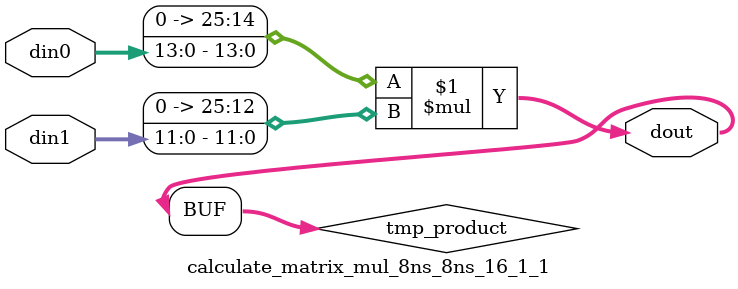
<source format=v>

`timescale 1 ns / 1 ps

  module calculate_matrix_mul_8ns_8ns_16_1_1(din0, din1, dout);
parameter ID = 1;
parameter NUM_STAGE = 0;
parameter din0_WIDTH = 14;
parameter din1_WIDTH = 12;
parameter dout_WIDTH = 26;

input [din0_WIDTH - 1 : 0] din0; 
input [din1_WIDTH - 1 : 0] din1; 
output [dout_WIDTH - 1 : 0] dout;

wire signed [dout_WIDTH - 1 : 0] tmp_product;










assign tmp_product = $signed({1'b0, din0}) * $signed({1'b0, din1});











assign dout = tmp_product;







endmodule

</source>
